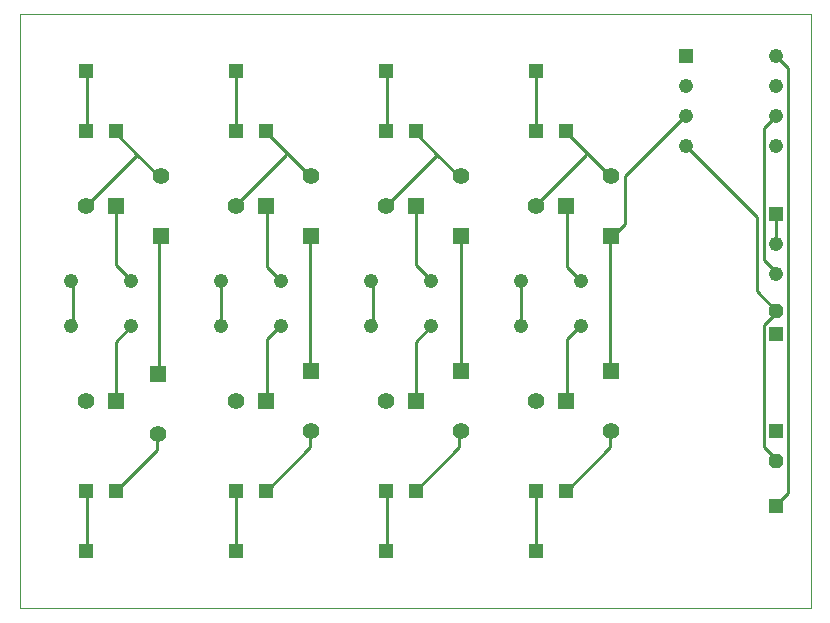
<source format=gtl>
G75*
G70*
%OFA0B0*%
%FSLAX24Y24*%
%IPPOS*%
%LPD*%
%AMOC8*
5,1,8,0,0,1.08239X$1,22.5*
%
%ADD10C,0.0000*%
%ADD11C,0.0476*%
%ADD12R,0.0476X0.0476*%
%ADD13C,0.0554*%
%ADD14R,0.0554X0.0554*%
%ADD15OC8,0.0476*%
%ADD16C,0.0100*%
D10*
X000101Y000101D02*
X000101Y019897D01*
X026471Y019897D01*
X026471Y000101D01*
X000101Y000101D01*
D11*
X001801Y009501D03*
X001801Y011001D03*
X003801Y011001D03*
X003801Y009501D03*
X006801Y009501D03*
X006801Y011001D03*
X008801Y011001D03*
X008801Y009501D03*
X011801Y009501D03*
X011801Y011001D03*
X013801Y011001D03*
X013801Y009501D03*
X016801Y009501D03*
X016801Y011001D03*
X018801Y011001D03*
X018801Y009501D03*
X025301Y011251D03*
X025301Y012251D03*
X025301Y015501D03*
X025301Y016501D03*
X025301Y017501D03*
X025301Y018501D03*
X022301Y017501D03*
X022301Y016501D03*
X022301Y015501D03*
D12*
X025301Y013251D03*
X025301Y009251D03*
X025301Y006001D03*
X025301Y003501D03*
X018301Y004001D03*
X017301Y004001D03*
X017301Y002001D03*
X013301Y004001D03*
X012301Y004001D03*
X012301Y002001D03*
X008301Y004001D03*
X007301Y004001D03*
X007301Y002001D03*
X003301Y004001D03*
X002301Y004001D03*
X002301Y002001D03*
X002301Y016001D03*
X003301Y016001D03*
X002301Y018001D03*
X007301Y018001D03*
X007301Y016001D03*
X008301Y016001D03*
X012301Y016001D03*
X013301Y016001D03*
X012301Y018001D03*
X017301Y018001D03*
X017301Y016001D03*
X018301Y016001D03*
X022301Y018501D03*
D13*
X019801Y014501D03*
X017301Y013501D03*
X014801Y014501D03*
X012301Y013501D03*
X009801Y014501D03*
X007301Y013501D03*
X004801Y014501D03*
X002301Y013501D03*
X002301Y007001D03*
X004701Y005901D03*
X007301Y007001D03*
X009801Y006001D03*
X012301Y007001D03*
X014801Y006001D03*
X017301Y007001D03*
X019801Y006001D03*
D14*
X018301Y007001D03*
X019801Y008001D03*
X014801Y008001D03*
X013301Y007001D03*
X009801Y008001D03*
X008301Y007001D03*
X004701Y007901D03*
X003301Y007001D03*
X004801Y012501D03*
X003301Y013501D03*
X008301Y013501D03*
X009801Y012501D03*
X013301Y013501D03*
X014801Y012501D03*
X018301Y013501D03*
X019801Y012501D03*
D15*
X025301Y010001D03*
X025301Y005001D03*
D16*
X025301Y005061D01*
X024901Y005461D01*
X024901Y009541D01*
X025301Y009941D01*
X025301Y010001D01*
X025301Y010021D01*
X024661Y010661D01*
X024661Y013141D01*
X022301Y015501D01*
X022261Y016501D02*
X022301Y016501D01*
X022261Y016501D02*
X020261Y014501D01*
X020261Y012901D01*
X019861Y012501D01*
X019801Y012501D01*
X019781Y012501D01*
X019781Y008021D01*
X019801Y008001D01*
X018341Y007061D02*
X018301Y007001D01*
X018341Y007061D02*
X018341Y009061D01*
X018741Y009461D01*
X018801Y009501D01*
X018801Y011001D02*
X018341Y011461D01*
X018341Y013461D01*
X018301Y013501D01*
X017301Y013501D02*
X017301Y013541D01*
X018981Y015221D01*
X018981Y015301D01*
X018341Y015941D01*
X018301Y016001D01*
X018981Y015301D02*
X019781Y014501D01*
X019801Y014501D01*
X017301Y016001D02*
X017301Y018001D01*
X014021Y015221D02*
X012301Y013501D01*
X013301Y013501D02*
X013301Y011541D01*
X013781Y011061D01*
X013801Y011001D01*
X013801Y009501D02*
X013781Y009461D01*
X013301Y008981D01*
X013301Y007001D01*
X014741Y005941D02*
X014801Y006001D01*
X014741Y005941D02*
X014741Y005461D01*
X013301Y004021D01*
X013301Y004001D01*
X012341Y003941D02*
X012301Y004001D01*
X012341Y003941D02*
X012341Y002021D01*
X012301Y002001D01*
X009781Y005461D02*
X008341Y004021D01*
X008301Y004001D01*
X007301Y004001D02*
X007301Y002001D01*
X004661Y005381D02*
X003301Y004021D01*
X003301Y004001D01*
X002341Y003941D02*
X002301Y004001D01*
X002341Y003941D02*
X002341Y002021D01*
X002301Y002001D01*
X004661Y005381D02*
X004661Y005861D01*
X004701Y005901D01*
X003301Y007001D02*
X003301Y008981D01*
X003781Y009461D01*
X003801Y009501D01*
X003801Y011001D02*
X003781Y011061D01*
X003301Y011541D01*
X003301Y013501D01*
X002301Y013501D02*
X004021Y015221D01*
X003301Y015941D01*
X003301Y016001D01*
X004021Y015221D02*
X004741Y014501D01*
X004801Y014501D01*
X007301Y013541D02*
X007301Y013501D01*
X007301Y013541D02*
X008981Y015221D01*
X008981Y015301D01*
X008341Y015941D01*
X008301Y016001D01*
X008981Y015301D02*
X009781Y014501D01*
X009801Y014501D01*
X008341Y013461D02*
X008301Y013501D01*
X008341Y013461D02*
X008341Y011461D01*
X008801Y011001D01*
X008801Y009501D02*
X008741Y009461D01*
X008341Y009061D01*
X008341Y007061D01*
X008301Y007001D01*
X009781Y008021D02*
X009801Y008001D01*
X009781Y008021D02*
X009781Y012501D01*
X009801Y012501D01*
X011801Y011001D02*
X011861Y010981D01*
X011861Y009541D01*
X011801Y009501D01*
X014801Y008001D02*
X014821Y008021D01*
X014821Y012501D01*
X014801Y012501D01*
X016801Y011001D02*
X016821Y010981D01*
X016821Y009541D01*
X016801Y009501D01*
X019801Y006001D02*
X019781Y005941D01*
X019781Y005461D01*
X018341Y004021D01*
X018301Y004001D01*
X017301Y004001D02*
X017301Y002001D01*
X009781Y005461D02*
X009781Y005941D01*
X009801Y006001D01*
X006801Y009501D02*
X006821Y009541D01*
X006821Y010981D01*
X006801Y011001D01*
X004801Y012501D02*
X004741Y012501D01*
X004741Y007941D01*
X004701Y007901D01*
X001861Y009541D02*
X001801Y009501D01*
X001861Y009541D02*
X001861Y010981D01*
X001801Y011001D01*
X002301Y016001D02*
X002341Y016021D01*
X002341Y017941D01*
X002301Y018001D01*
X007301Y018001D02*
X007301Y016001D01*
X012301Y016001D02*
X012341Y016021D01*
X012341Y017941D01*
X012301Y018001D01*
X013301Y016001D02*
X013301Y015941D01*
X014021Y015221D01*
X014741Y014501D01*
X014801Y014501D01*
X024901Y016101D02*
X024901Y011701D01*
X025301Y011301D01*
X025301Y011251D01*
X025301Y012251D02*
X025301Y013251D01*
X024901Y016101D02*
X025301Y016501D01*
X025701Y018101D02*
X025301Y018501D01*
X025701Y018101D02*
X025701Y003941D01*
X025301Y003541D01*
X025301Y003501D01*
M02*

</source>
